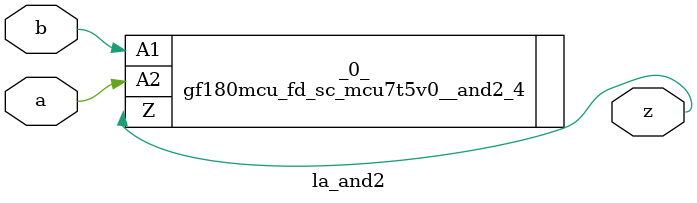
<source format=v>

/* Generated by Yosys 0.44 (git sha1 80ba43d26, g++ 11.4.0-1ubuntu1~22.04 -fPIC -O3) */

(* top =  1  *)
(* src = "generated" *)
module la_and2 (
    a,
    b,
    z
);
  (* src = "generated" *)
  input a;
  wire a;
  (* src = "generated" *)
  input b;
  wire b;
  (* src = "generated" *)
  output z;
  wire z;
  gf180mcu_fd_sc_mcu7t5v0__and2_4 _0_ (
      .A1(b),
      .A2(a),
      .Z (z)
  );
endmodule

</source>
